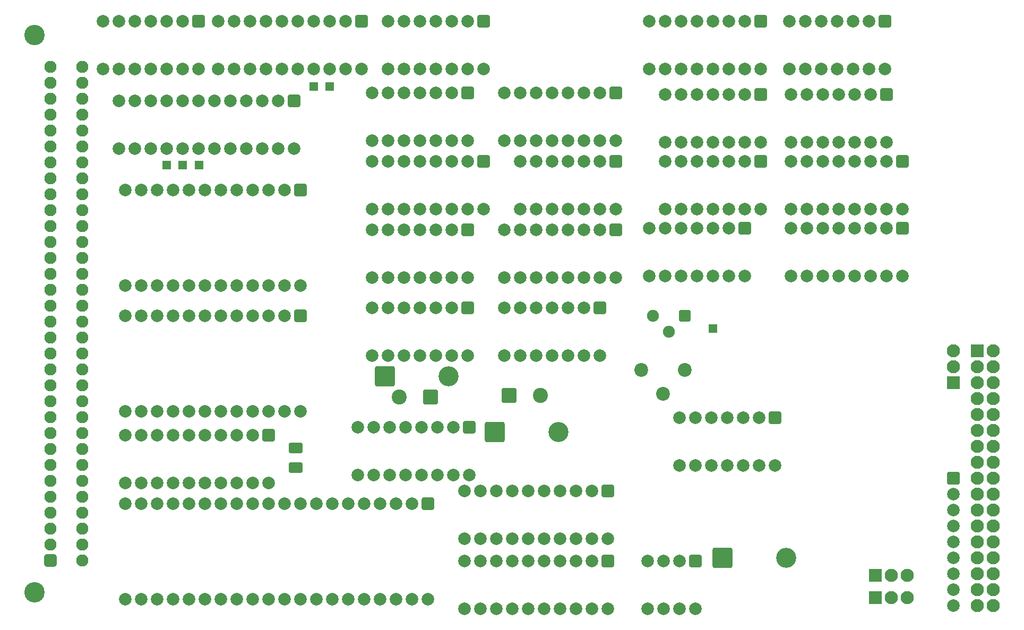
<source format=gbr>
G04 #@! TF.GenerationSoftware,KiCad,Pcbnew,9.0.4-9.0.4-0~ubuntu22.04.1*
G04 #@! TF.CreationDate,2025-09-10T11:35:59+02:00*
G04 #@! TF.ProjectId,Exorset_Floppy,45786f72-7365-4745-9f46-6c6f7070792e,rev?*
G04 #@! TF.SameCoordinates,Original*
G04 #@! TF.FileFunction,Soldermask,Top*
G04 #@! TF.FilePolarity,Negative*
%FSLAX46Y46*%
G04 Gerber Fmt 4.6, Leading zero omitted, Abs format (unit mm)*
G04 Created by KiCad (PCBNEW 9.0.4-9.0.4-0~ubuntu22.04.1) date 2025-09-10 11:35:59*
%MOMM*%
%LPD*%
G01*
G04 APERTURE LIST*
G04 Aperture macros list*
%AMRoundRect*
0 Rectangle with rounded corners*
0 $1 Rounding radius*
0 $2 $3 $4 $5 $6 $7 $8 $9 X,Y pos of 4 corners*
0 Add a 4 corners polygon primitive as box body*
4,1,4,$2,$3,$4,$5,$6,$7,$8,$9,$2,$3,0*
0 Add four circle primitives for the rounded corners*
1,1,$1+$1,$2,$3*
1,1,$1+$1,$4,$5*
1,1,$1+$1,$6,$7*
1,1,$1+$1,$8,$9*
0 Add four rect primitives between the rounded corners*
20,1,$1+$1,$2,$3,$4,$5,0*
20,1,$1+$1,$4,$5,$6,$7,0*
20,1,$1+$1,$6,$7,$8,$9,0*
20,1,$1+$1,$8,$9,$2,$3,0*%
G04 Aperture macros list end*
%ADD10RoundRect,0.200000X0.500000X-0.500000X0.500000X0.500000X-0.500000X0.500000X-0.500000X-0.500000X0*%
%ADD11RoundRect,0.316667X0.633333X0.633333X-0.633333X0.633333X-0.633333X-0.633333X0.633333X-0.633333X0*%
%ADD12C,1.900000*%
%ADD13C,2.000000*%
%ADD14RoundRect,0.312500X-0.687500X0.687500X-0.687500X-0.687500X0.687500X-0.687500X0.687500X0.687500X0*%
%ADD15RoundRect,0.325471X0.774529X-0.537029X0.774529X0.537029X-0.774529X0.537029X-0.774529X-0.537029X0*%
%ADD16RoundRect,0.285715X-1.314285X-1.314285X1.314285X-1.314285X1.314285X1.314285X-1.314285X1.314285X0*%
%ADD17C,3.200000*%
%ADD18RoundRect,0.200000X0.850000X-0.850000X0.850000X0.850000X-0.850000X0.850000X-0.850000X-0.850000X0*%
%ADD19C,2.100000*%
%ADD20RoundRect,0.200000X0.850000X0.850000X-0.850000X0.850000X-0.850000X-0.850000X0.850000X-0.850000X0*%
%ADD21C,2.200000*%
%ADD22RoundRect,0.300000X0.900000X0.900000X-0.900000X0.900000X-0.900000X-0.900000X0.900000X-0.900000X0*%
%ADD23C,2.400000*%
%ADD24RoundRect,0.200000X-0.850000X-0.850000X0.850000X-0.850000X0.850000X0.850000X-0.850000X0.850000X0*%
%ADD25C,3.250000*%
%ADD26RoundRect,0.314516X0.660484X-0.660484X0.660484X0.660484X-0.660484X0.660484X-0.660484X-0.660484X0*%
%ADD27C,1.950000*%
%ADD28RoundRect,0.300000X-0.900000X-0.900000X0.900000X-0.900000X0.900000X0.900000X-0.900000X0.900000X0*%
%ADD29RoundRect,0.200000X-0.500000X-0.500000X0.500000X-0.500000X0.500000X0.500000X-0.500000X0.500000X0*%
%ADD30RoundRect,0.200000X-0.800000X0.800000X-0.800000X-0.800000X0.800000X-0.800000X0.800000X0.800000X0*%
G04 APERTURE END LIST*
D10*
X89027000Y-76327000D03*
X86360000Y-76327000D03*
X83820000Y-76327000D03*
D11*
X166497000Y-100330000D03*
D12*
X163957000Y-102870000D03*
X161417000Y-100330000D03*
D13*
X134366000Y-60960000D03*
X131826000Y-60960000D03*
X129286000Y-60960000D03*
X126746000Y-60960000D03*
X124206000Y-60960000D03*
X121666000Y-60960000D03*
X119126000Y-60960000D03*
X119126000Y-53340000D03*
X121666000Y-53340000D03*
X124206000Y-53340000D03*
X126746000Y-53340000D03*
X129286000Y-53340000D03*
X131826000Y-53340000D03*
D14*
X134366000Y-53340000D03*
X114935000Y-53345000D03*
D13*
X112395000Y-53345000D03*
X109855000Y-53345000D03*
X107315000Y-53345000D03*
X104775000Y-53345000D03*
X102235000Y-53345000D03*
X99695000Y-53345000D03*
X97155000Y-53345000D03*
X94615000Y-53345000D03*
X92075000Y-53345000D03*
X92075000Y-60965000D03*
X94615000Y-60965000D03*
X97155000Y-60965000D03*
X99695000Y-60965000D03*
X102235000Y-60965000D03*
X104775000Y-60965000D03*
X107315000Y-60965000D03*
X109855000Y-60965000D03*
X112395000Y-60965000D03*
X114935000Y-60965000D03*
D10*
X109855000Y-63754000D03*
X107315000Y-63754000D03*
D15*
X104394000Y-124537000D03*
X104394000Y-121412000D03*
D16*
X118618000Y-109982000D03*
D17*
X128778000Y-109982000D03*
D14*
X134366000Y-75692000D03*
D13*
X131826000Y-75692000D03*
X129286000Y-75692000D03*
X126746000Y-75692000D03*
X124206000Y-75692000D03*
X121666000Y-75692000D03*
X119126000Y-75692000D03*
X116586000Y-75692000D03*
X116586000Y-83312000D03*
X119126000Y-83312000D03*
X121666000Y-83312000D03*
X124206000Y-83312000D03*
X126746000Y-83312000D03*
X129286000Y-83312000D03*
X131826000Y-83312000D03*
X134366000Y-83312000D03*
D18*
X196850000Y-141732000D03*
D19*
X199390000Y-141732000D03*
X201930000Y-141732000D03*
D14*
X155448000Y-86614000D03*
D13*
X152908000Y-86614000D03*
X150368000Y-86614000D03*
X147828000Y-86614000D03*
X145288000Y-86614000D03*
X142748000Y-86614000D03*
X140208000Y-86614000D03*
X137668000Y-86614000D03*
X137668000Y-94234000D03*
X140208000Y-94234000D03*
X142748000Y-94234000D03*
X145288000Y-94234000D03*
X147828000Y-94234000D03*
X150368000Y-94234000D03*
X152908000Y-94234000D03*
X155448000Y-94234000D03*
D16*
X172466000Y-138938000D03*
D17*
X182626000Y-138938000D03*
D14*
X176022000Y-86360000D03*
D13*
X173482000Y-86360000D03*
X170942000Y-86360000D03*
X168402000Y-86360000D03*
X165862000Y-86360000D03*
X163322000Y-86360000D03*
X160782000Y-86360000D03*
X160782000Y-93980000D03*
X163322000Y-93980000D03*
X165862000Y-93980000D03*
X168402000Y-93980000D03*
X170942000Y-93980000D03*
X173482000Y-93980000D03*
X176022000Y-93980000D03*
D16*
X136144000Y-118872000D03*
D17*
X146304000Y-118872000D03*
D14*
X198628000Y-65024000D03*
D13*
X196088000Y-65024000D03*
X193548000Y-65024000D03*
X191008000Y-65024000D03*
X188468000Y-65024000D03*
X185928000Y-65024000D03*
X183388000Y-65024000D03*
X183388000Y-72644000D03*
X185928000Y-72644000D03*
X188468000Y-72644000D03*
X191008000Y-72644000D03*
X193548000Y-72644000D03*
X196088000Y-72644000D03*
X198628000Y-72644000D03*
D20*
X209296000Y-110998000D03*
D19*
X209296000Y-108458000D03*
X209296000Y-105918000D03*
D14*
X168148000Y-139451000D03*
D13*
X165608000Y-139451000D03*
X163068000Y-139451000D03*
X160528000Y-139451000D03*
X160528000Y-147071000D03*
X163068000Y-147071000D03*
X165608000Y-147071000D03*
X168148000Y-147071000D03*
D21*
X163004500Y-112776000D03*
X166497000Y-108966000D03*
X159512000Y-108966000D03*
D14*
X131826000Y-99060000D03*
D13*
X129286000Y-99060000D03*
X126746000Y-99060000D03*
X124206000Y-99060000D03*
X121666000Y-99060000D03*
X119126000Y-99060000D03*
X116586000Y-99060000D03*
X116586000Y-106680000D03*
X119126000Y-106680000D03*
X121666000Y-106680000D03*
X124206000Y-106680000D03*
X126746000Y-106680000D03*
X129286000Y-106680000D03*
X131826000Y-106680000D03*
D14*
X178562000Y-53340000D03*
D13*
X176022000Y-53340000D03*
X173482000Y-53340000D03*
X170942000Y-53340000D03*
X168402000Y-53340000D03*
X165862000Y-53340000D03*
X163322000Y-53340000D03*
X160782000Y-53340000D03*
X160782000Y-60960000D03*
X163322000Y-60960000D03*
X165862000Y-60960000D03*
X168402000Y-60960000D03*
X170942000Y-60960000D03*
X173482000Y-60960000D03*
X176022000Y-60960000D03*
X178562000Y-60960000D03*
D14*
X201168000Y-86360000D03*
D13*
X198628000Y-86360000D03*
X196088000Y-86360000D03*
X193548000Y-86360000D03*
X191008000Y-86360000D03*
X188468000Y-86360000D03*
X185928000Y-86360000D03*
X183388000Y-86360000D03*
X183388000Y-93980000D03*
X185928000Y-93980000D03*
X188468000Y-93980000D03*
X191008000Y-93980000D03*
X193548000Y-93980000D03*
X196088000Y-93980000D03*
X198628000Y-93980000D03*
X201168000Y-93980000D03*
D14*
X154178000Y-128270000D03*
D13*
X151638000Y-128270000D03*
X149098000Y-128270000D03*
X146558000Y-128270000D03*
X144018000Y-128270000D03*
X141478000Y-128270000D03*
X138938000Y-128270000D03*
X136398000Y-128270000D03*
X133858000Y-128270000D03*
X131318000Y-128270000D03*
X131318000Y-135890000D03*
X133858000Y-135890000D03*
X136398000Y-135890000D03*
X138938000Y-135890000D03*
X141478000Y-135890000D03*
X144018000Y-135890000D03*
X146558000Y-135890000D03*
X149098000Y-135890000D03*
X151638000Y-135890000D03*
X154178000Y-135890000D03*
D14*
X100076000Y-119385000D03*
D13*
X97536000Y-119385000D03*
X94996000Y-119385000D03*
X92456000Y-119385000D03*
X89916000Y-119385000D03*
X87376000Y-119385000D03*
X84836000Y-119385000D03*
X82296000Y-119385000D03*
X79756000Y-119385000D03*
X77216000Y-119385000D03*
X77216000Y-127005000D03*
X79756000Y-127005000D03*
X82296000Y-127005000D03*
X84836000Y-127005000D03*
X87376000Y-127005000D03*
X89916000Y-127005000D03*
X92456000Y-127005000D03*
X94996000Y-127005000D03*
X97536000Y-127005000D03*
X100076000Y-127005000D03*
D14*
X132080000Y-118110000D03*
D13*
X129540000Y-118110000D03*
X127000000Y-118110000D03*
X124460000Y-118110000D03*
X121920000Y-118110000D03*
X119380000Y-118110000D03*
X116840000Y-118110000D03*
X114300000Y-118110000D03*
X114300000Y-125730000D03*
X116840000Y-125730000D03*
X119380000Y-125730000D03*
X121920000Y-125730000D03*
X124460000Y-125730000D03*
X127000000Y-125730000D03*
X129540000Y-125730000D03*
X132080000Y-125730000D03*
D14*
X178562000Y-65024000D03*
D13*
X176022000Y-65024000D03*
X173482000Y-65024000D03*
X170942000Y-65024000D03*
X168402000Y-65024000D03*
X165862000Y-65024000D03*
X163322000Y-65024000D03*
X163322000Y-72644000D03*
X165862000Y-72644000D03*
X168402000Y-72644000D03*
X170942000Y-72644000D03*
X173482000Y-72644000D03*
X176022000Y-72644000D03*
X178562000Y-72644000D03*
D14*
X125476000Y-130302000D03*
D13*
X122936000Y-130302000D03*
X120396000Y-130302000D03*
X117856000Y-130302000D03*
X115316000Y-130302000D03*
X112776000Y-130302000D03*
X110236000Y-130302000D03*
X107696000Y-130302000D03*
X105156000Y-130302000D03*
X102616000Y-130302000D03*
X100076000Y-130302000D03*
X97536000Y-130302000D03*
X94996000Y-130302000D03*
X92456000Y-130302000D03*
X89916000Y-130302000D03*
X87376000Y-130302000D03*
X84836000Y-130302000D03*
X82296000Y-130302000D03*
X79756000Y-130302000D03*
X77216000Y-130302000D03*
X77216000Y-145542000D03*
X79756000Y-145542000D03*
X82296000Y-145542000D03*
X84836000Y-145542000D03*
X87376000Y-145542000D03*
X89916000Y-145542000D03*
X92456000Y-145542000D03*
X94996000Y-145542000D03*
X97536000Y-145542000D03*
X100076000Y-145542000D03*
X102616000Y-145542000D03*
X105156000Y-145542000D03*
X107696000Y-145542000D03*
X110236000Y-145542000D03*
X112776000Y-145542000D03*
X115316000Y-145542000D03*
X117856000Y-145542000D03*
X120396000Y-145542000D03*
X122936000Y-145542000D03*
X125476000Y-145542000D03*
D14*
X155448000Y-75692000D03*
D13*
X152908000Y-75692000D03*
X150368000Y-75692000D03*
X147828000Y-75692000D03*
X145288000Y-75692000D03*
X142748000Y-75692000D03*
X140208000Y-75692000D03*
X140208000Y-83312000D03*
X142748000Y-83312000D03*
X145288000Y-83312000D03*
X147828000Y-83312000D03*
X150368000Y-83312000D03*
X152908000Y-83312000D03*
X155448000Y-83312000D03*
D22*
X125889500Y-113284000D03*
D23*
X120889500Y-113284000D03*
D14*
X152908000Y-99060000D03*
D13*
X150368000Y-99060000D03*
X147828000Y-99060000D03*
X145288000Y-99060000D03*
X142748000Y-99060000D03*
X140208000Y-99060000D03*
X137668000Y-99060000D03*
X137668000Y-106680000D03*
X140208000Y-106680000D03*
X142748000Y-106680000D03*
X145288000Y-106680000D03*
X147828000Y-106680000D03*
X150368000Y-106680000D03*
X152908000Y-106680000D03*
D14*
X178562000Y-75692000D03*
D13*
X176022000Y-75692000D03*
X173482000Y-75692000D03*
X170942000Y-75692000D03*
X168402000Y-75692000D03*
X165862000Y-75692000D03*
X163322000Y-75692000D03*
X163322000Y-83312000D03*
X165862000Y-83312000D03*
X168402000Y-83312000D03*
X170942000Y-83312000D03*
X173482000Y-83312000D03*
X176022000Y-83312000D03*
X178562000Y-83312000D03*
D24*
X213106000Y-105918000D03*
D19*
X215646000Y-105918000D03*
X213106000Y-108458000D03*
X215646000Y-108458000D03*
X213106000Y-110998000D03*
X215646000Y-110998000D03*
X213106000Y-113538000D03*
X215646000Y-113538000D03*
X213106000Y-116078000D03*
X215646000Y-116078000D03*
X213106000Y-118618000D03*
X215646000Y-118618000D03*
X213106000Y-121158000D03*
X215646000Y-121158000D03*
X213106000Y-123698000D03*
X215646000Y-123698000D03*
X213106000Y-126238000D03*
X215646000Y-126238000D03*
X213106000Y-128778000D03*
X215646000Y-128778000D03*
X213106000Y-131318000D03*
X215646000Y-131318000D03*
X213106000Y-133858000D03*
X215646000Y-133858000D03*
X213106000Y-136398000D03*
X215646000Y-136398000D03*
X213106000Y-138938000D03*
X215646000Y-138938000D03*
X213106000Y-141478000D03*
X215646000Y-141478000D03*
X213106000Y-144018000D03*
X215646000Y-144018000D03*
X213106000Y-146558000D03*
X215646000Y-146558000D03*
D14*
X131826000Y-86614000D03*
D13*
X129286000Y-86614000D03*
X126746000Y-86614000D03*
X124206000Y-86614000D03*
X121666000Y-86614000D03*
X119126000Y-86614000D03*
X116586000Y-86614000D03*
X116586000Y-94234000D03*
X119126000Y-94234000D03*
X121666000Y-94234000D03*
X124206000Y-94234000D03*
X126746000Y-94234000D03*
X129286000Y-94234000D03*
X131826000Y-94234000D03*
D14*
X198374000Y-53340000D03*
D13*
X195834000Y-53340000D03*
X193294000Y-53340000D03*
X190754000Y-53340000D03*
X188214000Y-53340000D03*
X185674000Y-53340000D03*
X183134000Y-53340000D03*
X183134000Y-60960000D03*
X185674000Y-60960000D03*
X188214000Y-60960000D03*
X190754000Y-60960000D03*
X193294000Y-60960000D03*
X195834000Y-60960000D03*
X198374000Y-60960000D03*
D25*
X62760000Y-144453000D03*
X62760000Y-55553000D03*
D26*
X65300000Y-139373000D03*
D27*
X65300000Y-136833000D03*
X65300000Y-134293000D03*
X65300000Y-131753000D03*
X65300000Y-129213000D03*
X65300000Y-126673000D03*
X65300000Y-124133000D03*
X65300000Y-121593000D03*
X65300000Y-119053000D03*
X65300000Y-116513000D03*
X65300000Y-113973000D03*
X65300000Y-111433000D03*
X65300000Y-108893000D03*
X65300000Y-106353000D03*
X65300000Y-103813000D03*
X65300000Y-101273000D03*
X65300000Y-98733000D03*
X65300000Y-96193000D03*
X65300000Y-93653000D03*
X65300000Y-91113000D03*
X65300000Y-88573000D03*
X65300000Y-86033000D03*
X65300000Y-83493000D03*
X65300000Y-80953000D03*
X65300000Y-78413000D03*
X65300000Y-75873000D03*
X65300000Y-73333000D03*
X65300000Y-70793000D03*
X65300000Y-68253000D03*
X65300000Y-65713000D03*
X65300000Y-63173000D03*
X65300000Y-60633000D03*
X70380000Y-139373000D03*
X70380000Y-136833000D03*
X70380000Y-134293000D03*
X70380000Y-131753000D03*
X70380000Y-129213000D03*
X70380000Y-126673000D03*
X70380000Y-124133000D03*
X70380000Y-121593000D03*
X70380000Y-119053000D03*
X70380000Y-116513000D03*
X70380000Y-113973000D03*
X70380000Y-111433000D03*
X70380000Y-108893000D03*
X70380000Y-106353000D03*
X70380000Y-103813000D03*
X70380000Y-101273000D03*
X70380000Y-98733000D03*
X70380000Y-96193000D03*
X70380000Y-93653000D03*
X70380000Y-91113000D03*
X70380000Y-88573000D03*
X70380000Y-86033000D03*
X70380000Y-83493000D03*
X70380000Y-80953000D03*
X70380000Y-78413000D03*
X70380000Y-75873000D03*
X70380000Y-73333000D03*
X70380000Y-70793000D03*
X70380000Y-68253000D03*
X70380000Y-65713000D03*
X70380000Y-63173000D03*
X70380000Y-60633000D03*
D28*
X138430000Y-113030000D03*
D23*
X143430000Y-113030000D03*
D14*
X180848000Y-116586000D03*
D13*
X178308000Y-116586000D03*
X175768000Y-116586000D03*
X173228000Y-116586000D03*
X170688000Y-116586000D03*
X168148000Y-116586000D03*
X165608000Y-116586000D03*
X165608000Y-124206000D03*
X168148000Y-124206000D03*
X170688000Y-124206000D03*
X173228000Y-124206000D03*
X175768000Y-124206000D03*
X178308000Y-124206000D03*
X180848000Y-124206000D03*
D18*
X196850000Y-145288000D03*
D19*
X199390000Y-145288000D03*
X201930000Y-145288000D03*
D14*
X105156000Y-80264000D03*
D13*
X102616000Y-80264000D03*
X100076000Y-80264000D03*
X97536000Y-80264000D03*
X94996000Y-80264000D03*
X92456000Y-80264000D03*
X89916000Y-80264000D03*
X87376000Y-80264000D03*
X84836000Y-80264000D03*
X82296000Y-80264000D03*
X79756000Y-80264000D03*
X77216000Y-80264000D03*
X77216000Y-95504000D03*
X79756000Y-95504000D03*
X82296000Y-95504000D03*
X84836000Y-95504000D03*
X87376000Y-95504000D03*
X89916000Y-95504000D03*
X92456000Y-95504000D03*
X94996000Y-95504000D03*
X97536000Y-95504000D03*
X100076000Y-95504000D03*
X102616000Y-95504000D03*
X105156000Y-95504000D03*
D14*
X201168000Y-75697000D03*
D13*
X198628000Y-75697000D03*
X196088000Y-75697000D03*
X193548000Y-75697000D03*
X191008000Y-75697000D03*
X188468000Y-75697000D03*
X185928000Y-75697000D03*
X183388000Y-75697000D03*
X183388000Y-83317000D03*
X185928000Y-83317000D03*
X188468000Y-83317000D03*
X191008000Y-83317000D03*
X193548000Y-83317000D03*
X196088000Y-83317000D03*
X198628000Y-83317000D03*
X201168000Y-83317000D03*
D14*
X105156000Y-100330000D03*
D13*
X102616000Y-100330000D03*
X100076000Y-100330000D03*
X97536000Y-100330000D03*
X94996000Y-100330000D03*
X92456000Y-100330000D03*
X89916000Y-100330000D03*
X87376000Y-100330000D03*
X84836000Y-100330000D03*
X82296000Y-100330000D03*
X79756000Y-100330000D03*
X77216000Y-100330000D03*
X77216000Y-115570000D03*
X79756000Y-115570000D03*
X82296000Y-115570000D03*
X84836000Y-115570000D03*
X87376000Y-115570000D03*
X89916000Y-115570000D03*
X92456000Y-115570000D03*
X94996000Y-115570000D03*
X97536000Y-115570000D03*
X100076000Y-115570000D03*
X102616000Y-115570000D03*
X105156000Y-115570000D03*
D14*
X154178000Y-139446000D03*
D13*
X151638000Y-139446000D03*
X149098000Y-139446000D03*
X146558000Y-139446000D03*
X144018000Y-139446000D03*
X141478000Y-139446000D03*
X138938000Y-139446000D03*
X136398000Y-139446000D03*
X133858000Y-139446000D03*
X131318000Y-139446000D03*
X131318000Y-147066000D03*
X133858000Y-147066000D03*
X136398000Y-147066000D03*
X138938000Y-147066000D03*
X141478000Y-147066000D03*
X144018000Y-147066000D03*
X146558000Y-147066000D03*
X149098000Y-147066000D03*
X151638000Y-147066000D03*
X154178000Y-147066000D03*
D29*
X170942000Y-102362000D03*
D14*
X131826000Y-64770000D03*
D13*
X129286000Y-64770000D03*
X126746000Y-64770000D03*
X124206000Y-64770000D03*
X121666000Y-64770000D03*
X119126000Y-64770000D03*
X116586000Y-64770000D03*
X116586000Y-72390000D03*
X119126000Y-72390000D03*
X121666000Y-72390000D03*
X124206000Y-72390000D03*
X126746000Y-72390000D03*
X129286000Y-72390000D03*
X131826000Y-72390000D03*
D14*
X155448000Y-64770000D03*
D13*
X152908000Y-64770000D03*
X150368000Y-64770000D03*
X147828000Y-64770000D03*
X145288000Y-64770000D03*
X142748000Y-64770000D03*
X140208000Y-64770000D03*
X137668000Y-64770000D03*
X137668000Y-72390000D03*
X140208000Y-72390000D03*
X142748000Y-72390000D03*
X145288000Y-72390000D03*
X147828000Y-72390000D03*
X150368000Y-72390000D03*
X152908000Y-72390000D03*
X155448000Y-72390000D03*
D30*
X209296000Y-126238000D03*
D13*
X209296000Y-128778000D03*
X209296000Y-131318000D03*
X209296000Y-133858000D03*
X209296000Y-136398000D03*
X209296000Y-138938000D03*
X209296000Y-141478000D03*
X209296000Y-144018000D03*
X209296000Y-146558000D03*
D14*
X88900000Y-53340000D03*
D13*
X86360000Y-53340000D03*
X83820000Y-53340000D03*
X81280000Y-53340000D03*
X78740000Y-53340000D03*
X76200000Y-53340000D03*
X73660000Y-53340000D03*
X73660000Y-60960000D03*
X76200000Y-60960000D03*
X78740000Y-60960000D03*
X81280000Y-60960000D03*
X83820000Y-60960000D03*
X86360000Y-60960000D03*
X88900000Y-60960000D03*
D14*
X104140000Y-66040000D03*
D13*
X101600000Y-66040000D03*
X99060000Y-66040000D03*
X96520000Y-66040000D03*
X93980000Y-66040000D03*
X91440000Y-66040000D03*
X88900000Y-66040000D03*
X86360000Y-66040000D03*
X83820000Y-66040000D03*
X81280000Y-66040000D03*
X78740000Y-66040000D03*
X76200000Y-66040000D03*
X76200000Y-73660000D03*
X78740000Y-73660000D03*
X81280000Y-73660000D03*
X83820000Y-73660000D03*
X86360000Y-73660000D03*
X88900000Y-73660000D03*
X91440000Y-73660000D03*
X93980000Y-73660000D03*
X96520000Y-73660000D03*
X99060000Y-73660000D03*
X101600000Y-73660000D03*
X104140000Y-73660000D03*
M02*

</source>
